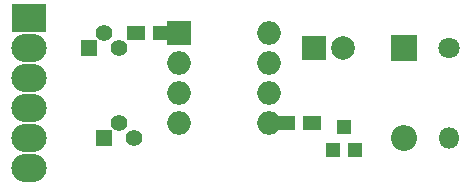
<source format=gbr>
G04 #@! TF.FileFunction,Soldermask,Top*
%FSLAX46Y46*%
G04 Gerber Fmt 4.6, Leading zero omitted, Abs format (unit mm)*
G04 Created by KiCad (PCBNEW 4.0.7) date 11/14/17 16:47:31*
%MOMM*%
%LPD*%
G01*
G04 APERTURE LIST*
%ADD10C,0.100000*%
%ADD11R,2.000000X2.000000*%
%ADD12C,2.000000*%
%ADD13R,2.200000X2.200000*%
%ADD14O,2.200000X2.200000*%
%ADD15C,1.800000*%
%ADD16O,1.800000X1.800000*%
%ADD17R,1.200000X1.300000*%
%ADD18O,2.000000X2.000000*%
%ADD19R,1.600000X1.300000*%
%ADD20C,1.400000*%
%ADD21R,1.400000X1.400000*%
%ADD22R,3.000000X2.400000*%
%ADD23O,3.000000X2.400000*%
G04 APERTURE END LIST*
D10*
D11*
X157480000Y-91440000D03*
D12*
X159980000Y-91440000D03*
D13*
X165100000Y-91440000D03*
D14*
X165100000Y-99060000D03*
D15*
X168910000Y-91440000D03*
D16*
X168910000Y-99060000D03*
D17*
X159070000Y-100060000D03*
X160970000Y-100060000D03*
X160020000Y-98060000D03*
D11*
X146050000Y-90170000D03*
D18*
X153670000Y-97790000D03*
X146050000Y-92710000D03*
X153670000Y-95250000D03*
X146050000Y-95250000D03*
X153670000Y-92710000D03*
X146050000Y-97790000D03*
X153670000Y-90170000D03*
D19*
X157310000Y-97790000D03*
X155110000Y-97790000D03*
D20*
X140970000Y-97790000D03*
X142240000Y-99060000D03*
D21*
X139700000Y-99060000D03*
D20*
X139700000Y-90170000D03*
X140970000Y-91440000D03*
D21*
X138430000Y-91440000D03*
D19*
X144610000Y-90170000D03*
X142410000Y-90170000D03*
D22*
X133350000Y-88900000D03*
D23*
X133350000Y-91440000D03*
X133350000Y-93980000D03*
X133350000Y-96520000D03*
X133350000Y-99060000D03*
X133350000Y-101600000D03*
M02*

</source>
